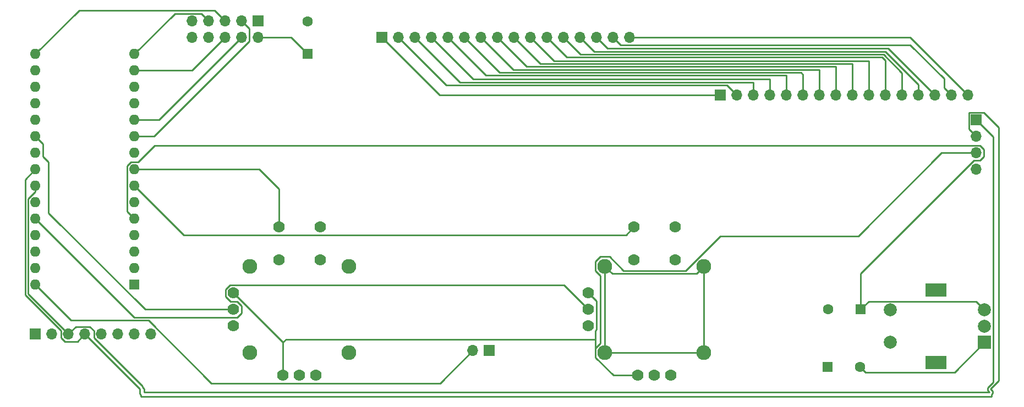
<source format=gbr>
%TF.GenerationSoftware,KiCad,Pcbnew,(5.1.7)-1*%
%TF.CreationDate,2020-12-08T13:51:11+10:00*%
%TF.ProjectId,Universal Controller Mk1,556e6976-6572-4736-916c-20436f6e7472,rev?*%
%TF.SameCoordinates,Original*%
%TF.FileFunction,Copper,L1,Top*%
%TF.FilePolarity,Positive*%
%FSLAX46Y46*%
G04 Gerber Fmt 4.6, Leading zero omitted, Abs format (unit mm)*
G04 Created by KiCad (PCBNEW (5.1.7)-1) date 2020-12-08 13:51:11*
%MOMM*%
%LPD*%
G01*
G04 APERTURE LIST*
%TA.AperFunction,ComponentPad*%
%ADD10C,1.778000*%
%TD*%
%TA.AperFunction,ComponentPad*%
%ADD11C,2.286000*%
%TD*%
%TA.AperFunction,ComponentPad*%
%ADD12O,1.600000X1.600000*%
%TD*%
%TA.AperFunction,ComponentPad*%
%ADD13R,1.600000X1.600000*%
%TD*%
%TA.AperFunction,ComponentPad*%
%ADD14R,2.000000X2.000000*%
%TD*%
%TA.AperFunction,ComponentPad*%
%ADD15C,2.000000*%
%TD*%
%TA.AperFunction,ComponentPad*%
%ADD16R,3.200000X2.000000*%
%TD*%
%TA.AperFunction,ComponentPad*%
%ADD17C,1.600000*%
%TD*%
%TA.AperFunction,ComponentPad*%
%ADD18O,1.700000X1.700000*%
%TD*%
%TA.AperFunction,ComponentPad*%
%ADD19R,1.700000X1.700000*%
%TD*%
%TA.AperFunction,Conductor*%
%ADD20C,0.250000*%
%TD*%
G04 APERTURE END LIST*
D10*
%TO.P,U2,V3*%
%TO.N,GND*%
X106680000Y-99060000D03*
%TO.P,U2,V2*%
%TO.N,A2*%
X106680000Y-96520000D03*
%TO.P,U2,V1*%
%TO.N,5V*%
X106680000Y-93980000D03*
D11*
%TO.P,U2,S4*%
%TO.N,Net-(U2-PadS1)*%
X124460000Y-89852500D03*
%TO.P,U2,S3*%
X124460000Y-103187500D03*
%TO.P,U2,S2*%
X109220000Y-103187500D03*
%TO.P,U2,S1*%
X109220000Y-89852500D03*
D10*
%TO.P,U2,H3*%
%TO.N,GND*%
X119380000Y-106680000D03*
%TO.P,U2,H2*%
%TO.N,A3*%
X116840000Y-106680000D03*
%TO.P,U2,H1*%
%TO.N,5V*%
X114300000Y-106680000D03*
%TO.P,U2,B2B*%
%TO.N,N/C*%
X120015000Y-88900000D03*
%TO.P,U2,B2A*%
%TO.N,GND*%
X113665000Y-88900000D03*
%TO.P,U2,B1B*%
%TO.N,N/C*%
X120015000Y-83820000D03*
%TO.P,U2,B1A*%
%TO.N,D5*%
X113665000Y-83820000D03*
%TD*%
D12*
%TO.P,A1,16*%
%TO.N,D13*%
X76200000Y-57150000D03*
%TO.P,A1,15*%
%TO.N,D12*%
X91440000Y-57150000D03*
%TO.P,A1,30*%
%TO.N,VIN*%
X76200000Y-92710000D03*
%TO.P,A1,14*%
%TO.N,D11*%
X91440000Y-59690000D03*
%TO.P,A1,29*%
%TO.N,GND*%
X76200000Y-90170000D03*
%TO.P,A1,13*%
%TO.N,Net-(A1-Pad13)*%
X91440000Y-62230000D03*
%TO.P,A1,28*%
%TO.N,Net-(A1-Pad28)*%
X76200000Y-87630000D03*
%TO.P,A1,12*%
%TO.N,D9*%
X91440000Y-64770000D03*
%TO.P,A1,27*%
%TO.N,5V*%
X76200000Y-85090000D03*
%TO.P,A1,11*%
%TO.N,D8*%
X91440000Y-67310000D03*
%TO.P,A1,26*%
%TO.N,A7*%
X76200000Y-82550000D03*
%TO.P,A1,10*%
%TO.N,D7*%
X91440000Y-69850000D03*
%TO.P,A1,25*%
%TO.N,A6*%
X76200000Y-80010000D03*
%TO.P,A1,9*%
%TO.N,Net-(A1-Pad9)*%
X91440000Y-72390000D03*
%TO.P,A1,24*%
%TO.N,A5*%
X76200000Y-77470000D03*
%TO.P,A1,8*%
%TO.N,D5*%
X91440000Y-74930000D03*
%TO.P,A1,23*%
%TO.N,A4*%
X76200000Y-74930000D03*
%TO.P,A1,7*%
%TO.N,D4*%
X91440000Y-77470000D03*
%TO.P,A1,22*%
%TO.N,A3*%
X76200000Y-72390000D03*
%TO.P,A1,6*%
%TO.N,D3*%
X91440000Y-80010000D03*
%TO.P,A1,21*%
%TO.N,A2*%
X76200000Y-69850000D03*
%TO.P,A1,5*%
%TO.N,D2*%
X91440000Y-82550000D03*
%TO.P,A1,20*%
%TO.N,Net-(A1-Pad20)*%
X76200000Y-67310000D03*
%TO.P,A1,4*%
%TO.N,GND*%
X91440000Y-85090000D03*
%TO.P,A1,19*%
%TO.N,Net-(A1-Pad19)*%
X76200000Y-64770000D03*
%TO.P,A1,3*%
%TO.N,Net-(A1-Pad3)*%
X91440000Y-87630000D03*
%TO.P,A1,18*%
%TO.N,Net-(A1-Pad18)*%
X76200000Y-62230000D03*
%TO.P,A1,2*%
%TO.N,Net-(A1-Pad2)*%
X91440000Y-90170000D03*
%TO.P,A1,17*%
%TO.N,3V3*%
X76200000Y-59690000D03*
D13*
%TO.P,A1,1*%
%TO.N,Net-(A1-Pad1)*%
X91440000Y-92710000D03*
%TD*%
D14*
%TO.P,SW1,A*%
%TO.N,D3*%
X222250000Y-101600000D03*
D15*
%TO.P,SW1,C*%
%TO.N,GND*%
X222250000Y-99100000D03*
%TO.P,SW1,B*%
%TO.N,D2*%
X222250000Y-96600000D03*
D16*
%TO.P,SW1,MP*%
%TO.N,N/C*%
X214750000Y-104700000D03*
X214750000Y-93500000D03*
D15*
%TO.P,SW1,S2*%
%TO.N,D9*%
X207750000Y-101600000D03*
%TO.P,SW1,S1*%
%TO.N,GND*%
X207750000Y-96600000D03*
%TD*%
D17*
%TO.P,C1,2*%
%TO.N,D3*%
X203120000Y-105410000D03*
D13*
%TO.P,C1,1*%
%TO.N,GND*%
X198120000Y-105410000D03*
%TD*%
D17*
%TO.P,C2,2*%
%TO.N,GND*%
X198200000Y-96520000D03*
D13*
%TO.P,C2,1*%
%TO.N,D2*%
X203200000Y-96520000D03*
%TD*%
D17*
%TO.P,C3,2*%
%TO.N,GND*%
X118110000Y-52150000D03*
D13*
%TO.P,C3,1*%
%TO.N,3V3*%
X118110000Y-57150000D03*
%TD*%
D18*
%TO.P,J1,8*%
%TO.N,Net-(J1-Pad8)*%
X93980000Y-100330000D03*
%TO.P,J1,7*%
%TO.N,Net-(J1-Pad7)*%
X91440000Y-100330000D03*
%TO.P,J1,6*%
%TO.N,Net-(J1-Pad6)*%
X88900000Y-100330000D03*
%TO.P,J1,5*%
%TO.N,Net-(J1-Pad5)*%
X86360000Y-100330000D03*
%TO.P,J1,4*%
%TO.N,A4*%
X83820000Y-100330000D03*
%TO.P,J1,3*%
%TO.N,A5*%
X81280000Y-100330000D03*
%TO.P,J1,2*%
%TO.N,GND*%
X78740000Y-100330000D03*
D19*
%TO.P,J1,1*%
%TO.N,3V3*%
X76200000Y-100330000D03*
%TD*%
%TO.P,J3,1*%
%TO.N,A5*%
X220980000Y-67310000D03*
D18*
%TO.P,J3,2*%
%TO.N,A4*%
X220980000Y-69850000D03*
%TO.P,J3,3*%
%TO.N,5V*%
X220980000Y-72390000D03*
%TO.P,J3,4*%
%TO.N,GND*%
X220980000Y-74930000D03*
%TD*%
D19*
%TO.P,J4,1*%
%TO.N,Net-(J4-Pad1)*%
X181610000Y-63500000D03*
D18*
%TO.P,J4,2*%
%TO.N,Net-(J4-Pad2)*%
X184150000Y-63500000D03*
%TO.P,J4,3*%
%TO.N,Net-(J4-Pad3)*%
X186690000Y-63500000D03*
%TO.P,J4,4*%
%TO.N,Net-(J4-Pad4)*%
X189230000Y-63500000D03*
%TO.P,J4,5*%
%TO.N,Net-(J4-Pad5)*%
X191770000Y-63500000D03*
%TO.P,J4,6*%
%TO.N,Net-(J4-Pad6)*%
X194310000Y-63500000D03*
%TO.P,J4,7*%
%TO.N,Net-(J4-Pad7)*%
X196850000Y-63500000D03*
%TO.P,J4,8*%
%TO.N,Net-(J4-Pad8)*%
X199390000Y-63500000D03*
%TO.P,J4,9*%
%TO.N,Net-(J4-Pad9)*%
X201930000Y-63500000D03*
%TO.P,J4,10*%
%TO.N,Net-(J4-Pad10)*%
X204470000Y-63500000D03*
%TO.P,J4,11*%
%TO.N,Net-(J4-Pad11)*%
X207010000Y-63500000D03*
%TO.P,J4,12*%
%TO.N,Net-(J4-Pad12)*%
X209550000Y-63500000D03*
%TO.P,J4,13*%
%TO.N,Net-(J4-Pad13)*%
X212090000Y-63500000D03*
%TO.P,J4,14*%
%TO.N,Net-(J4-Pad14)*%
X214630000Y-63500000D03*
%TO.P,J4,15*%
%TO.N,Net-(J4-Pad15)*%
X217170000Y-63500000D03*
%TO.P,J4,16*%
%TO.N,Net-(J4-Pad16)*%
X219710000Y-63500000D03*
%TD*%
%TO.P,J5,16*%
%TO.N,Net-(J4-Pad16)*%
X167640000Y-54610000D03*
%TO.P,J5,15*%
%TO.N,Net-(J4-Pad15)*%
X165100000Y-54610000D03*
%TO.P,J5,14*%
%TO.N,Net-(J4-Pad14)*%
X162560000Y-54610000D03*
%TO.P,J5,13*%
%TO.N,Net-(J4-Pad13)*%
X160020000Y-54610000D03*
%TO.P,J5,12*%
%TO.N,Net-(J4-Pad12)*%
X157480000Y-54610000D03*
%TO.P,J5,11*%
%TO.N,Net-(J4-Pad11)*%
X154940000Y-54610000D03*
%TO.P,J5,10*%
%TO.N,Net-(J4-Pad10)*%
X152400000Y-54610000D03*
%TO.P,J5,9*%
%TO.N,Net-(J4-Pad9)*%
X149860000Y-54610000D03*
%TO.P,J5,8*%
%TO.N,Net-(J4-Pad8)*%
X147320000Y-54610000D03*
%TO.P,J5,7*%
%TO.N,Net-(J4-Pad7)*%
X144780000Y-54610000D03*
%TO.P,J5,6*%
%TO.N,Net-(J4-Pad6)*%
X142240000Y-54610000D03*
%TO.P,J5,5*%
%TO.N,Net-(J4-Pad5)*%
X139700000Y-54610000D03*
%TO.P,J5,4*%
%TO.N,Net-(J4-Pad4)*%
X137160000Y-54610000D03*
%TO.P,J5,3*%
%TO.N,Net-(J4-Pad3)*%
X134620000Y-54610000D03*
%TO.P,J5,2*%
%TO.N,Net-(J4-Pad2)*%
X132080000Y-54610000D03*
D19*
%TO.P,J5,1*%
%TO.N,Net-(J4-Pad1)*%
X129540000Y-54610000D03*
%TD*%
D18*
%TO.P,J6,2*%
%TO.N,VIN*%
X143510000Y-102870000D03*
D19*
%TO.P,J6,1*%
%TO.N,GND*%
X146050000Y-102870000D03*
%TD*%
D10*
%TO.P,U1,V3*%
%TO.N,GND*%
X161290000Y-99060000D03*
%TO.P,U1,V2*%
%TO.N,A7*%
X161290000Y-96520000D03*
%TO.P,U1,V1*%
%TO.N,5V*%
X161290000Y-93980000D03*
D11*
%TO.P,U1,S4*%
%TO.N,Net-(U1-PadS1)*%
X179070000Y-89852500D03*
%TO.P,U1,S3*%
X179070000Y-103187500D03*
%TO.P,U1,S2*%
X163830000Y-103187500D03*
%TO.P,U1,S1*%
X163830000Y-89852500D03*
D10*
%TO.P,U1,H3*%
%TO.N,GND*%
X173990000Y-106680000D03*
%TO.P,U1,H2*%
%TO.N,A6*%
X171450000Y-106680000D03*
%TO.P,U1,H1*%
%TO.N,5V*%
X168910000Y-106680000D03*
%TO.P,U1,B2B*%
%TO.N,N/C*%
X174625000Y-88900000D03*
%TO.P,U1,B2A*%
%TO.N,GND*%
X168275000Y-88900000D03*
%TO.P,U1,B1B*%
%TO.N,N/C*%
X174625000Y-83820000D03*
%TO.P,U1,B1A*%
%TO.N,D4*%
X168275000Y-83820000D03*
%TD*%
D18*
%TO.P,J2,10*%
%TO.N,N/C*%
X100330000Y-54610000D03*
%TO.P,J2,9*%
%TO.N,Net-(J2-Pad9)*%
X100330000Y-52070000D03*
%TO.P,J2,8*%
%TO.N,Net-(J2-Pad8)*%
X102870000Y-54610000D03*
%TO.P,J2,7*%
%TO.N,D12*%
X102870000Y-52070000D03*
%TO.P,J2,6*%
%TO.N,D11*%
X105410000Y-54610000D03*
%TO.P,J2,5*%
%TO.N,D13*%
X105410000Y-52070000D03*
%TO.P,J2,4*%
%TO.N,D8*%
X107950000Y-54610000D03*
%TO.P,J2,3*%
%TO.N,D7*%
X107950000Y-52070000D03*
%TO.P,J2,2*%
%TO.N,3V3*%
X110490000Y-54610000D03*
D19*
%TO.P,J2,1*%
%TO.N,GND*%
X110490000Y-52070000D03*
%TD*%
D20*
%TO.N,D2*%
X220924999Y-95274999D02*
X222250000Y-96600000D01*
X204445001Y-95274999D02*
X220924999Y-95274999D01*
X203200000Y-96520000D02*
X204445001Y-95274999D01*
X221544001Y-73565001D02*
X220605997Y-73565001D01*
X222155001Y-72954001D02*
X221544001Y-73565001D01*
X222155001Y-71825999D02*
X222155001Y-72954001D01*
X221544001Y-71214999D02*
X222155001Y-71825999D01*
X94570001Y-71214999D02*
X221544001Y-71214999D01*
X203200000Y-90970998D02*
X203200000Y-96520000D01*
X90899999Y-73804999D02*
X91980001Y-73804999D01*
X90314999Y-74389999D02*
X90899999Y-73804999D01*
X220605997Y-73565001D02*
X203200000Y-90970998D01*
X90314999Y-81424999D02*
X90314999Y-74389999D01*
X91440000Y-82550000D02*
X90314999Y-81424999D01*
X91980001Y-73804999D02*
X94570001Y-71214999D01*
%TO.N,A2*%
X77325001Y-70975001D02*
X76200000Y-69850000D01*
X77325001Y-72905401D02*
X77325001Y-70975001D01*
X78181200Y-81636202D02*
X78181200Y-73761600D01*
X93064998Y-96520000D02*
X78181200Y-81636202D01*
X78181200Y-73761600D02*
X77325001Y-72905401D01*
X106680000Y-96520000D02*
X93064998Y-96520000D01*
%TO.N,D3*%
X217640001Y-106209999D02*
X222250000Y-101600000D01*
X203919999Y-106209999D02*
X217640001Y-106209999D01*
X203120000Y-105410000D02*
X203919999Y-106209999D01*
%TO.N,D4*%
X167060999Y-85034001D02*
X168275000Y-83820000D01*
X99004001Y-85034001D02*
X167060999Y-85034001D01*
X91440000Y-77470000D02*
X99004001Y-85034001D01*
%TO.N,A4*%
X82644999Y-101505001D02*
X83820000Y-100330000D01*
X80715999Y-101505001D02*
X82644999Y-101505001D01*
X80104999Y-100894001D02*
X80715999Y-101505001D01*
X80104999Y-99791409D02*
X80104999Y-100894001D01*
X74624990Y-76505010D02*
X74624990Y-94311400D01*
X74624990Y-94311400D02*
X80104999Y-99791409D01*
X76200000Y-74930000D02*
X74624990Y-76505010D01*
X222090001Y-66134999D02*
X224434400Y-68479398D01*
X219869999Y-66134999D02*
X222090001Y-66134999D01*
X219804999Y-66199999D02*
X219869999Y-66134999D01*
X219804999Y-68674999D02*
X219804999Y-66199999D01*
X220980000Y-69850000D02*
X219804999Y-68674999D01*
X92284021Y-108794021D02*
X83820000Y-100330000D01*
X223331968Y-109931200D02*
X92456000Y-109931200D01*
X224434400Y-107519610D02*
X223159989Y-108794021D01*
X224434400Y-68479398D02*
X224434400Y-107519610D01*
X92284021Y-108794021D02*
X92284021Y-109556021D01*
X92456000Y-109728000D02*
X92456000Y-109931200D01*
X92284021Y-109556021D02*
X92456000Y-109728000D01*
X223450367Y-109457201D02*
X223450367Y-109084399D01*
X223450367Y-109084399D02*
X223159989Y-108794021D01*
X223331968Y-109575600D02*
X223450367Y-109457201D01*
X223331968Y-109931200D02*
X223331968Y-109575600D01*
%TO.N,D5*%
X113665000Y-83820000D02*
X113665000Y-77952600D01*
X110642400Y-74930000D02*
X91440000Y-74930000D01*
X113665000Y-77952600D02*
X110642400Y-74930000D01*
%TO.N,A5*%
X81280000Y-100330000D02*
X75074999Y-94124999D01*
X76200000Y-78344998D02*
X76200000Y-77470000D01*
X75074999Y-79469999D02*
X76200000Y-78344998D01*
X75074999Y-94124999D02*
X75074999Y-79469999D01*
X81280000Y-100330000D02*
X82455001Y-99154999D01*
X84573999Y-99154999D02*
X85184999Y-99765999D01*
X223575001Y-69905001D02*
X220980000Y-67310000D01*
X85184999Y-99765999D02*
X85184999Y-100894001D01*
X85184999Y-100894001D02*
X92635009Y-108344011D01*
X92635009Y-108344011D02*
X92635009Y-108508599D01*
X222709980Y-108607620D02*
X223575001Y-107742599D01*
X92635009Y-108508599D02*
X92913200Y-108786790D01*
X82455001Y-99154999D02*
X84573999Y-99154999D01*
X223575001Y-107742599D02*
X223575001Y-69905001D01*
X92913200Y-108786790D02*
X92913200Y-109270800D01*
X223000358Y-109270800D02*
X222709980Y-108980422D01*
X92913200Y-109270800D02*
X223000358Y-109270800D01*
X222709980Y-108980422D02*
X222709980Y-108607620D01*
%TO.N,D7*%
X94449002Y-69850000D02*
X91440000Y-69850000D01*
X109125001Y-55174001D02*
X94449002Y-69850000D01*
X109125001Y-53245001D02*
X109125001Y-55174001D01*
X107950000Y-52070000D02*
X109125001Y-53245001D01*
%TO.N,A7*%
X105465999Y-93397279D02*
X106097279Y-92765999D01*
X105465999Y-94562721D02*
X105465999Y-93397279D01*
X106209277Y-95305999D02*
X105465999Y-94562721D01*
X107262721Y-95305999D02*
X106209277Y-95305999D01*
X107894001Y-95937279D02*
X107262721Y-95305999D01*
X107894001Y-97102721D02*
X107894001Y-95937279D01*
X107262721Y-97734001D02*
X107894001Y-97102721D01*
X157535999Y-92765999D02*
X161290000Y-96520000D01*
X106097279Y-92765999D02*
X157535999Y-92765999D01*
X91384001Y-97734001D02*
X107262721Y-97734001D01*
X76200000Y-82550000D02*
X91384001Y-97734001D01*
%TO.N,D8*%
X95250000Y-67310000D02*
X91440000Y-67310000D01*
X107950000Y-54610000D02*
X95250000Y-67310000D01*
%TO.N,D11*%
X100330000Y-59690000D02*
X91440000Y-59690000D01*
X105410000Y-54610000D02*
X100330000Y-59690000D01*
%TO.N,VIN*%
X81674011Y-98184011D02*
X76200000Y-92710000D01*
X103283003Y-107894001D02*
X93573013Y-98184011D01*
X93573013Y-98184011D02*
X81674011Y-98184011D01*
X138485999Y-107894001D02*
X103283003Y-107894001D01*
X143510000Y-102870000D02*
X138485999Y-107894001D01*
%TO.N,D12*%
X97695001Y-50894999D02*
X91440000Y-57150000D01*
X101694999Y-50894999D02*
X97695001Y-50894999D01*
X102870000Y-52070000D02*
X101694999Y-50894999D01*
%TO.N,D13*%
X82905010Y-50444990D02*
X76200000Y-57150000D01*
X103784990Y-50444990D02*
X82905010Y-50444990D01*
X105410000Y-52070000D02*
X103784990Y-50444990D01*
%TO.N,3V3*%
X115570000Y-54610000D02*
X118110000Y-57150000D01*
X110490000Y-54610000D02*
X115570000Y-54610000D01*
%TO.N,5V*%
X162361999Y-99784723D02*
X162504001Y-99642721D01*
X165149858Y-106680000D02*
X162361999Y-103892141D01*
X162504001Y-95194001D02*
X161290000Y-93980000D01*
X162504001Y-99642721D02*
X162504001Y-95194001D01*
X168910000Y-106680000D02*
X165149858Y-106680000D01*
X176204369Y-90545489D02*
X181558258Y-85191600D01*
X166695631Y-90545489D02*
X176204369Y-90545489D01*
X164534641Y-88384499D02*
X166695631Y-90545489D01*
X162361999Y-89147859D02*
X163125359Y-88384499D01*
X162361999Y-90557141D02*
X162361999Y-89147859D01*
X163125359Y-91320501D02*
X162361999Y-90557141D01*
X163125359Y-101719499D02*
X163125359Y-91320501D01*
X162361999Y-102482859D02*
X163125359Y-101719499D01*
X163125359Y-88384499D02*
X164534641Y-88384499D01*
X162361999Y-103892141D02*
X162361999Y-102482859D01*
X181558258Y-85191600D02*
X202793600Y-85191600D01*
X215595200Y-72390000D02*
X220980000Y-72390000D01*
X202793600Y-85191600D02*
X215595200Y-72390000D01*
X114300000Y-101600000D02*
X106680000Y-93980000D01*
X114300000Y-106680000D02*
X114300000Y-101600000D01*
X114762399Y-101137601D02*
X114300000Y-101600000D01*
X162361999Y-101137601D02*
X114762399Y-101137601D01*
X162361999Y-103892141D02*
X162361999Y-101137601D01*
X162361999Y-101137601D02*
X162361999Y-99784723D01*
%TO.N,Net-(J4-Pad1)*%
X138430000Y-63500000D02*
X129540000Y-54610000D01*
X181610000Y-63500000D02*
X138430000Y-63500000D01*
%TO.N,Net-(J4-Pad2)*%
X139410519Y-61940519D02*
X132080000Y-54610000D01*
X182590519Y-61940519D02*
X139410519Y-61940519D01*
X184150000Y-63500000D02*
X182590519Y-61940519D01*
%TO.N,Net-(J4-Pad3)*%
X186690000Y-63500000D02*
X186690000Y-61541310D01*
X141500510Y-61490510D02*
X134620000Y-54610000D01*
X186639200Y-61490510D02*
X141500510Y-61490510D01*
X186690000Y-61541310D02*
X186639200Y-61490510D01*
%TO.N,Net-(J4-Pad4)*%
X189230000Y-63500000D02*
X189230000Y-61040500D01*
X143590500Y-61040500D02*
X137160000Y-54610000D01*
X189230000Y-61040500D02*
X143590500Y-61040500D01*
%TO.N,Net-(J4-Pad5)*%
X191770000Y-63500000D02*
X191770000Y-60502800D01*
X145528090Y-60438090D02*
X139700000Y-54610000D01*
X191705290Y-60438090D02*
X145528090Y-60438090D01*
X191770000Y-60502800D02*
X191705290Y-60438090D01*
%TO.N,Net-(J4-Pad6)*%
X194310000Y-63500000D02*
X194310000Y-60299600D01*
X147618080Y-59988080D02*
X142240000Y-54610000D01*
X193998480Y-59988080D02*
X147618080Y-59988080D01*
X194310000Y-60299600D02*
X193998480Y-59988080D01*
%TO.N,Net-(J4-Pad7)*%
X196850000Y-63500000D02*
X196850000Y-59538070D01*
X149708070Y-59538070D02*
X144780000Y-54610000D01*
X196850000Y-59538070D02*
X149708070Y-59538070D01*
%TO.N,Net-(J4-Pad8)*%
X199390000Y-63500000D02*
X199390000Y-59138860D01*
X151798060Y-59088060D02*
X147320000Y-54610000D01*
X199339200Y-59088060D02*
X151798060Y-59088060D01*
X199390000Y-59138860D02*
X199339200Y-59088060D01*
%TO.N,Net-(J4-Pad9)*%
X201930000Y-63500000D02*
X201930000Y-58688850D01*
X153888050Y-58638050D02*
X149860000Y-54610000D01*
X201879200Y-58638050D02*
X153888050Y-58638050D01*
X201930000Y-58688850D02*
X201879200Y-58638050D01*
%TO.N,Net-(J4-Pad10)*%
X204470000Y-63500000D02*
X204470000Y-58188040D01*
X155978040Y-58188040D02*
X152400000Y-54610000D01*
X204470000Y-58188040D02*
X155978040Y-58188040D01*
%TO.N,Net-(J4-Pad11)*%
X207010000Y-63500000D02*
X207010000Y-58142010D01*
X157966430Y-57636430D02*
X154940000Y-54610000D01*
X206504420Y-57636430D02*
X157966430Y-57636430D01*
X207010000Y-58142010D02*
X206504420Y-57636430D01*
%TO.N,Net-(J4-Pad12)*%
X209550000Y-63500000D02*
X209550000Y-60045600D01*
X160056420Y-57186420D02*
X157480000Y-54610000D01*
X206690820Y-57186420D02*
X160056420Y-57186420D01*
X209550000Y-60045600D02*
X206690820Y-57186420D01*
%TO.N,Net-(J4-Pad13)*%
X212090000Y-63500000D02*
X212090000Y-61823600D01*
X162146410Y-56736410D02*
X160020000Y-54610000D01*
X207002810Y-56736410D02*
X162146410Y-56736410D01*
X212090000Y-61823600D02*
X207002810Y-56736410D01*
%TO.N,Net-(J4-Pad14)*%
X214630000Y-63500000D02*
X207416400Y-56286400D01*
X164236400Y-56286400D02*
X162560000Y-54610000D01*
X207416400Y-56286400D02*
X164236400Y-56286400D01*
%TO.N,Net-(J4-Pad15)*%
X166275001Y-55785001D02*
X165100000Y-54610000D01*
X210826601Y-55785001D02*
X166275001Y-55785001D01*
X215994999Y-60953399D02*
X210826601Y-55785001D01*
X215994999Y-62324999D02*
X215994999Y-60953399D01*
X217170000Y-63500000D02*
X215994999Y-62324999D01*
%TO.N,Net-(J4-Pad16)*%
X210820000Y-54610000D02*
X167640000Y-54610000D01*
X219710000Y-63500000D02*
X210820000Y-54610000D01*
%TO.N,Net-(U1-PadS1)*%
X179070000Y-103187500D02*
X179070000Y-89852500D01*
X164972999Y-90995499D02*
X163830000Y-89852500D01*
X177927001Y-90995499D02*
X164972999Y-90995499D01*
X179070000Y-89852500D02*
X177927001Y-90995499D01*
X163830000Y-89852500D02*
X163830000Y-103187500D01*
X163830000Y-103187500D02*
X179070000Y-103187500D01*
%TD*%
M02*

</source>
